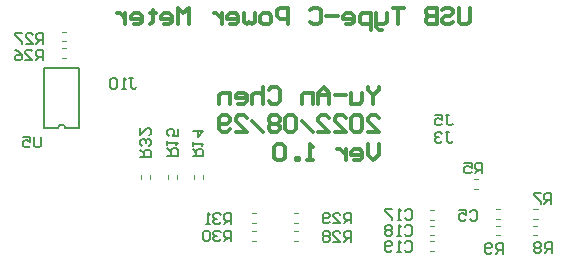
<source format=gbo>
G04 Layer_Color=32896*
%FSLAX44Y44*%
%MOMM*%
G71*
G01*
G75*
%ADD36C,0.2000*%
%ADD38C,0.3000*%
%ADD102C,0.1000*%
D36*
X182675Y158100D02*
G03*
X176325Y158100I-3175J0D01*
G01*
X164768D02*
X176325D01*
X182675D02*
X194232D01*
Y208900D01*
X164768D02*
X194232D01*
X164768Y158100D02*
Y208900D01*
X162000Y150997D02*
Y143499D01*
X160501Y142000D01*
X157501D01*
X156002Y143499D01*
Y150997D01*
X147005D02*
X153003D01*
Y146498D01*
X150004Y147998D01*
X148504D01*
X147005Y146498D01*
Y143499D01*
X148504Y142000D01*
X151503D01*
X153003Y143499D01*
X236693Y200363D02*
X239692D01*
X238192D01*
Y192865D01*
X239692Y191366D01*
X241192D01*
X242691Y192865D01*
X233694Y191366D02*
X230695D01*
X232194D01*
Y200363D01*
X233694Y198863D01*
X226196D02*
X224697Y200363D01*
X221698D01*
X220198Y198863D01*
Y192865D01*
X221698Y191366D01*
X224697D01*
X226196Y192865D01*
Y198863D01*
X246000Y134000D02*
X254997D01*
Y138499D01*
X253498Y139998D01*
X250499D01*
X248999Y138499D01*
Y134000D01*
Y136999D02*
X246000Y139998D01*
X253498Y142997D02*
X254997Y144497D01*
Y147496D01*
X253498Y148995D01*
X251998D01*
X250499Y147496D01*
Y145996D01*
Y147496D01*
X248999Y148995D01*
X247500D01*
X246000Y147496D01*
Y144497D01*
X247500Y142997D01*
X246000Y157992D02*
Y151994D01*
X251998Y157992D01*
X253498D01*
X254997Y156493D01*
Y153494D01*
X253498Y151994D01*
X525002Y87498D02*
X526502Y88997D01*
X529501D01*
X531000Y87498D01*
Y81500D01*
X529501Y80000D01*
X526502D01*
X525002Y81500D01*
X516005Y88997D02*
X522003D01*
Y84499D01*
X519004Y85998D01*
X517504D01*
X516005Y84499D01*
Y81500D01*
X517504Y80000D01*
X520503D01*
X522003Y81500D01*
X470002Y88218D02*
X471502Y89717D01*
X474501D01*
X476000Y88218D01*
Y82219D01*
X474501Y80720D01*
X471502D01*
X470002Y82219D01*
X467003Y80720D02*
X464004D01*
X465503D01*
Y89717D01*
X467003Y88218D01*
X459505Y89717D02*
X453507D01*
Y88218D01*
X459505Y82219D01*
Y80720D01*
X469752Y74688D02*
X471251Y76187D01*
X474250D01*
X475750Y74688D01*
Y68689D01*
X474250Y67190D01*
X471251D01*
X469752Y68689D01*
X466753Y67190D02*
X463754D01*
X465253D01*
Y76187D01*
X466753Y74688D01*
X459255D02*
X457756Y76187D01*
X454757D01*
X453257Y74688D01*
Y73188D01*
X454757Y71688D01*
X453257Y70189D01*
Y68689D01*
X454757Y67190D01*
X457756D01*
X459255Y68689D01*
Y70189D01*
X457756Y71688D01*
X459255Y73188D01*
Y74688D01*
X457756Y71688D02*
X454757D01*
X469752Y61158D02*
X471251Y62657D01*
X474250D01*
X475750Y61158D01*
Y55160D01*
X474250Y53660D01*
X471251D01*
X469752Y55160D01*
X466753Y53660D02*
X463754D01*
X465253D01*
Y62657D01*
X466753Y61158D01*
X459255Y55160D02*
X457756Y53660D01*
X454757D01*
X453257Y55160D01*
Y61158D01*
X454757Y62657D01*
X457756D01*
X459255Y61158D01*
Y59658D01*
X457756Y58158D01*
X453257D01*
X504542Y154967D02*
X507541D01*
X506041D01*
Y147470D01*
X507541Y145970D01*
X509040D01*
X510540Y147470D01*
X501543Y153468D02*
X500043Y154967D01*
X497044D01*
X495545Y153468D01*
Y151968D01*
X497044Y150469D01*
X498544D01*
X497044D01*
X495545Y148969D01*
Y147470D01*
X497044Y145970D01*
X500043D01*
X501543Y147470D01*
X504502Y169497D02*
X507501D01*
X506002D01*
Y161999D01*
X507501Y160500D01*
X509001D01*
X510500Y161999D01*
X495505Y169497D02*
X501503D01*
Y164998D01*
X498504Y166498D01*
X497004D01*
X495505Y164998D01*
Y161999D01*
X497004Y160500D01*
X500003D01*
X501503Y161999D01*
X535500Y120000D02*
Y128997D01*
X531002D01*
X529502Y127498D01*
Y124499D01*
X531002Y122999D01*
X535500D01*
X532501D02*
X529502Y120000D01*
X520505Y128997D02*
X526503D01*
Y124499D01*
X523504Y125998D01*
X522004D01*
X520505Y124499D01*
Y121500D01*
X522004Y120000D01*
X525003D01*
X526503Y121500D01*
X594000Y94000D02*
Y102997D01*
X589501D01*
X588002Y101498D01*
Y98498D01*
X589501Y96999D01*
X594000D01*
X591001D02*
X588002Y94000D01*
X585003Y102997D02*
X579005D01*
Y101498D01*
X585003Y95499D01*
Y94000D01*
X594500Y52500D02*
Y61497D01*
X590001D01*
X588502Y59998D01*
Y56999D01*
X590001Y55499D01*
X594500D01*
X591501D02*
X588502Y52500D01*
X585503Y59998D02*
X584003Y61497D01*
X581004D01*
X579505Y59998D01*
Y58498D01*
X581004Y56999D01*
X579505Y55499D01*
Y54000D01*
X581004Y52500D01*
X584003D01*
X585503Y54000D01*
Y55499D01*
X584003Y56999D01*
X585503Y58498D01*
Y59998D01*
X584003Y56999D02*
X581004D01*
X553000Y52000D02*
Y60997D01*
X548502D01*
X547002Y59498D01*
Y56498D01*
X548502Y54999D01*
X553000D01*
X550001D02*
X547002Y52000D01*
X544003Y53499D02*
X542503Y52000D01*
X539504D01*
X538005Y53499D01*
Y59498D01*
X539504Y60997D01*
X542503D01*
X544003Y59498D01*
Y57998D01*
X542503Y56498D01*
X538005D01*
X290500Y134500D02*
X299497D01*
Y138999D01*
X297998Y140498D01*
X294998D01*
X293499Y138999D01*
Y134500D01*
Y137499D02*
X290500Y140498D01*
Y143497D02*
Y146496D01*
Y144997D01*
X299497D01*
X297998Y143497D01*
X290500Y155493D02*
X299497D01*
X294998Y150995D01*
Y156993D01*
X269000Y135000D02*
X277997D01*
Y139499D01*
X276498Y140998D01*
X273498D01*
X271999Y139499D01*
Y135000D01*
Y137999D02*
X269000Y140998D01*
Y143997D02*
Y146996D01*
Y145497D01*
X277997D01*
X276498Y143997D01*
X277997Y157493D02*
Y151495D01*
X273498D01*
X274998Y154494D01*
Y155993D01*
X273498Y157493D01*
X270499D01*
X269000Y155993D01*
Y152994D01*
X270499Y151495D01*
X163690Y215650D02*
Y224647D01*
X159191D01*
X157692Y223148D01*
Y220149D01*
X159191Y218649D01*
X163690D01*
X160691D02*
X157692Y215650D01*
X148695D02*
X154693D01*
X148695Y221648D01*
Y223148D01*
X150194Y224647D01*
X153193D01*
X154693Y223148D01*
X139698Y224647D02*
X142697Y223148D01*
X145696Y220149D01*
Y217150D01*
X144196Y215650D01*
X141197D01*
X139698Y217150D01*
Y218649D01*
X141197Y220149D01*
X145696D01*
X163940Y229650D02*
Y238647D01*
X159441D01*
X157942Y237148D01*
Y234149D01*
X159441Y232649D01*
X163940D01*
X160941D02*
X157942Y229650D01*
X148945D02*
X154943D01*
X148945Y235648D01*
Y237148D01*
X150444Y238647D01*
X153443D01*
X154943Y237148D01*
X145946Y238647D02*
X139948D01*
Y237148D01*
X145946Y231150D01*
Y229650D01*
X424500Y62000D02*
Y70997D01*
X420001D01*
X418502Y69497D01*
Y66498D01*
X420001Y64999D01*
X424500D01*
X421501D02*
X418502Y62000D01*
X409505D02*
X415503D01*
X409505Y67998D01*
Y69497D01*
X411004Y70997D01*
X414003D01*
X415503Y69497D01*
X406506D02*
X405006Y70997D01*
X402007D01*
X400508Y69497D01*
Y67998D01*
X402007Y66498D01*
X400508Y64999D01*
Y63499D01*
X402007Y62000D01*
X405006D01*
X406506Y63499D01*
Y64999D01*
X405006Y66498D01*
X406506Y67998D01*
Y69497D01*
X405006Y66498D02*
X402007D01*
X424500Y77500D02*
Y86497D01*
X420001D01*
X418502Y84998D01*
Y81999D01*
X420001Y80499D01*
X424500D01*
X421501D02*
X418502Y77500D01*
X409505D02*
X415503D01*
X409505Y83498D01*
Y84998D01*
X411004Y86497D01*
X414003D01*
X415503Y84998D01*
X406506Y79000D02*
X405006Y77500D01*
X402007D01*
X400508Y79000D01*
Y84998D01*
X402007Y86497D01*
X405006D01*
X406506Y84998D01*
Y83498D01*
X405006Y81999D01*
X400508D01*
X323000Y62500D02*
Y71497D01*
X318501D01*
X317002Y69998D01*
Y66999D01*
X318501Y65499D01*
X323000D01*
X320001D02*
X317002Y62500D01*
X314003Y69998D02*
X312503Y71497D01*
X309504D01*
X308005Y69998D01*
Y68498D01*
X309504Y66999D01*
X311004D01*
X309504D01*
X308005Y65499D01*
Y64000D01*
X309504Y62500D01*
X312503D01*
X314003Y64000D01*
X305006Y69998D02*
X303506Y71497D01*
X300507D01*
X299008Y69998D01*
Y64000D01*
X300507Y62500D01*
X303506D01*
X305006Y64000D01*
Y69998D01*
X323000Y77000D02*
Y85997D01*
X318501D01*
X317002Y84497D01*
Y81498D01*
X318501Y79999D01*
X323000D01*
X320001D02*
X317002Y77000D01*
X314003Y84497D02*
X312503Y85997D01*
X309504D01*
X308005Y84497D01*
Y82998D01*
X309504Y81498D01*
X311004D01*
X309504D01*
X308005Y79999D01*
Y78499D01*
X309504Y77000D01*
X312503D01*
X314003Y78499D01*
X305006Y77000D02*
X302007D01*
X303506D01*
Y85997D01*
X305006Y84497D01*
D38*
X448000Y192985D02*
Y190652D01*
X443335Y185987D01*
X438670Y190652D01*
Y192985D01*
X443335Y185987D02*
Y178989D01*
X434005Y188319D02*
Y181322D01*
X431672Y178989D01*
X424674D01*
Y188319D01*
X420009Y185987D02*
X410679D01*
X406014Y178989D02*
Y188319D01*
X401348Y192985D01*
X396683Y188319D01*
Y178989D01*
Y185987D01*
X406014D01*
X392018Y178989D02*
Y188319D01*
X385020D01*
X382688Y185987D01*
Y178989D01*
X354697Y190652D02*
X357029Y192985D01*
X361695D01*
X364027Y190652D01*
Y181322D01*
X361695Y178989D01*
X357029D01*
X354697Y181322D01*
X350032Y192985D02*
Y178989D01*
Y185987D01*
X347699Y188319D01*
X343034D01*
X340701Y185987D01*
Y178989D01*
X329039D02*
X333704D01*
X336036Y181322D01*
Y185987D01*
X333704Y188319D01*
X329039D01*
X326706Y185987D01*
Y183654D01*
X336036D01*
X322041Y178989D02*
Y188319D01*
X315043D01*
X312710Y185987D01*
Y178989D01*
X438670Y154995D02*
X448000D01*
X438670Y164325D01*
Y166658D01*
X441002Y168990D01*
X445667D01*
X448000Y166658D01*
X434005D02*
X431672Y168990D01*
X427007D01*
X424674Y166658D01*
Y157327D01*
X427007Y154995D01*
X431672D01*
X434005Y157327D01*
Y166658D01*
X410679Y154995D02*
X420009D01*
X410679Y164325D01*
Y166658D01*
X413011Y168990D01*
X417677D01*
X420009Y166658D01*
X396683Y154995D02*
X406014D01*
X396683Y164325D01*
Y166658D01*
X399016Y168990D01*
X403681D01*
X406014Y166658D01*
X392018Y154995D02*
X382688Y164325D01*
X378023Y166658D02*
X375690Y168990D01*
X371025D01*
X368692Y166658D01*
Y157327D01*
X371025Y154995D01*
X375690D01*
X378023Y157327D01*
Y166658D01*
X364027D02*
X361695Y168990D01*
X357029D01*
X354697Y166658D01*
Y164325D01*
X357029Y161992D01*
X354697Y159660D01*
Y157327D01*
X357029Y154995D01*
X361695D01*
X364027Y157327D01*
Y159660D01*
X361695Y161992D01*
X364027Y164325D01*
Y166658D01*
X361695Y161992D02*
X357029D01*
X350032Y154995D02*
X340701Y164325D01*
X326706Y154995D02*
X336036D01*
X326706Y164325D01*
Y166658D01*
X329039Y168990D01*
X333704D01*
X336036Y166658D01*
X322041Y157327D02*
X319708Y154995D01*
X315043D01*
X312710Y157327D01*
Y166658D01*
X315043Y168990D01*
X319708D01*
X322041Y166658D01*
Y164325D01*
X319708Y161992D01*
X312710D01*
X448000Y144995D02*
Y135665D01*
X443335Y131000D01*
X438670Y135665D01*
Y144995D01*
X427007Y131000D02*
X431672D01*
X434005Y133333D01*
Y137998D01*
X431672Y140330D01*
X427007D01*
X424674Y137998D01*
Y135665D01*
X434005D01*
X420009Y140330D02*
Y131000D01*
Y135665D01*
X417677Y137998D01*
X415344Y140330D01*
X413011D01*
X392018Y131000D02*
X387353D01*
X389686D01*
Y144995D01*
X392018Y142663D01*
X380355Y131000D02*
Y133333D01*
X378023D01*
Y131000D01*
X380355D01*
X368692Y142663D02*
X366360Y144995D01*
X361695D01*
X359362Y142663D01*
Y133333D01*
X361695Y131000D01*
X366360D01*
X368692Y133333D01*
Y142663D01*
X525000Y260161D02*
Y248498D01*
X522667Y246165D01*
X518002D01*
X515670Y248498D01*
Y260161D01*
X501674Y257828D02*
X504007Y260161D01*
X508672D01*
X511004Y257828D01*
Y255495D01*
X508672Y253163D01*
X504007D01*
X501674Y250830D01*
Y248498D01*
X504007Y246165D01*
X508672D01*
X511004Y248498D01*
X497009Y260161D02*
Y246165D01*
X490011D01*
X487679Y248498D01*
Y250830D01*
X490011Y253163D01*
X497009D01*
X490011D01*
X487679Y255495D01*
Y257828D01*
X490011Y260161D01*
X497009D01*
X469018D02*
X459688D01*
X464353D01*
Y246165D01*
X455023Y255495D02*
Y248498D01*
X452690Y246165D01*
X445692D01*
Y243833D01*
X448025Y241500D01*
X450358D01*
X445692Y246165D02*
Y255495D01*
X441027Y241500D02*
Y255495D01*
X434029D01*
X431697Y253163D01*
Y248498D01*
X434029Y246165D01*
X441027D01*
X420034D02*
X424699D01*
X427032Y248498D01*
Y253163D01*
X424699Y255495D01*
X420034D01*
X417701Y253163D01*
Y250830D01*
X427032D01*
X413036Y253163D02*
X403706D01*
X389710Y257828D02*
X392043Y260161D01*
X396708D01*
X399041Y257828D01*
Y248498D01*
X396708Y246165D01*
X392043D01*
X389710Y248498D01*
X371050Y246165D02*
Y260161D01*
X364052D01*
X361720Y257828D01*
Y253163D01*
X364052Y250830D01*
X371050D01*
X354722Y246165D02*
X350057D01*
X347724Y248498D01*
Y253163D01*
X350057Y255495D01*
X354722D01*
X357054Y253163D01*
Y248498D01*
X354722Y246165D01*
X343059Y255495D02*
Y248498D01*
X340726Y246165D01*
X338394Y248498D01*
X336061Y246165D01*
X333728Y248498D01*
Y255495D01*
X322066Y246165D02*
X326731D01*
X329063Y248498D01*
Y253163D01*
X326731Y255495D01*
X322066D01*
X319733Y253163D01*
Y250830D01*
X329063D01*
X315068Y255495D02*
Y246165D01*
Y250830D01*
X312735Y253163D01*
X310403Y255495D01*
X308070D01*
X287077Y246165D02*
Y260161D01*
X282412Y255495D01*
X277747Y260161D01*
Y246165D01*
X266084D02*
X270749D01*
X273081Y248498D01*
Y253163D01*
X270749Y255495D01*
X266084D01*
X263751Y253163D01*
Y250830D01*
X273081D01*
X256753Y257828D02*
Y255495D01*
X259086D01*
X254421D01*
X256753D01*
Y248498D01*
X254421Y246165D01*
X240425D02*
X245091D01*
X247423Y248498D01*
Y253163D01*
X245091Y255495D01*
X240425D01*
X238093Y253163D01*
Y250830D01*
X247423D01*
X233428Y255495D02*
Y246165D01*
Y250830D01*
X231095Y253163D01*
X228762Y255495D01*
X226430D01*
D102*
X291500Y115350D02*
Y118900D01*
X299500Y115350D02*
Y118900D01*
X269500Y115350D02*
Y118900D01*
X277500Y115350D02*
Y118900D01*
X246500Y115350D02*
Y118900D01*
X254500Y115350D02*
Y118900D01*
X547000Y89620D02*
X550550D01*
X547000Y81620D02*
X550550D01*
X491350Y88500D02*
X494900D01*
X491350Y80500D02*
X494900D01*
X491350Y75500D02*
X494900D01*
X491350Y67500D02*
X494900D01*
X491350Y62500D02*
X494900D01*
X491350Y54500D02*
X494900D01*
X528850Y115000D02*
X532400D01*
X528850Y107000D02*
X532400D01*
X578850Y89500D02*
X582400D01*
X578850Y81500D02*
X582400D01*
X578750Y67650D02*
X582300D01*
X578750Y75650D02*
X582300D01*
X547000Y67650D02*
X550550D01*
X547000Y75650D02*
X550550D01*
X179600Y226000D02*
X183150D01*
X179600Y218000D02*
X183150D01*
X179850Y240000D02*
X183400D01*
X179850Y232000D02*
X183400D01*
X375840Y62940D02*
X379390D01*
X375840Y70940D02*
X379390D01*
X375840Y78180D02*
X379390D01*
X375840Y86180D02*
X379390D01*
X340280Y62940D02*
X343830D01*
X340280Y70940D02*
X343830D01*
X340280Y78180D02*
X343830D01*
X340280Y86180D02*
X343830D01*
M02*

</source>
